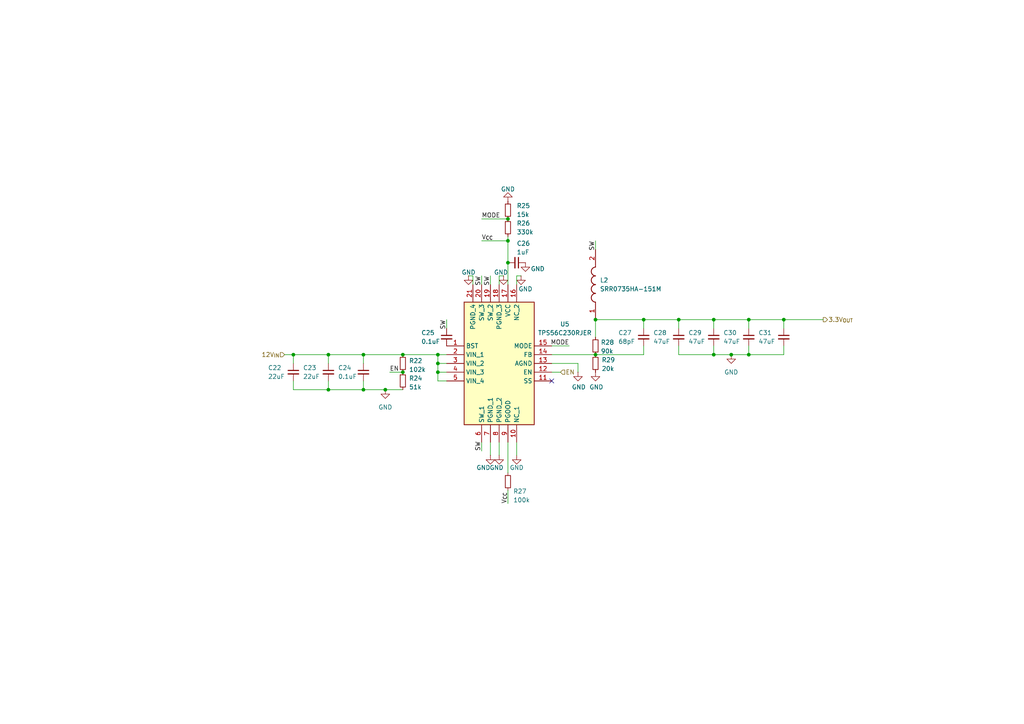
<source format=kicad_sch>
(kicad_sch (version 20241004) (generator "eeschema") (generator_version "8.99")
  (paper "A4")
  (lib_symbols
    (symbol "Device:C_Small" (pin_numbers (hide yes)) (pin_names (offset 0.254) (hide yes))
      (property "Reference" "C" (at 0.254 1.778 0))
      (property "Value" "C_Small" (at 0.254 -2.032 0))
      (symbol "C_Small_0_1"
        (polyline (pts (xy -1.524 0.508) (xy 1.524 0.508)) (stroke (width 0.3048)))
        (polyline (pts (xy -1.524 -0.508) (xy 1.524 -0.508)) (stroke (width 0.3302)))
      )
      (symbol "C_Small_1_1"
        (pin passive line (at 0 2.54 270) (length 2.032) (name "~") (number "1"))
        (pin passive line (at 0 -2.54 90) (length 2.032) (name "~") (number "2"))
      )
    )
    (symbol "Device:R_Small" (pin_numbers (hide yes)) (pin_names (offset 0.254) (hide yes))
      (property "Reference" "R" (at 0.762 0.508 0))
      (property "Value" "R_Small" (at 0.762 -1.016 0))
      (symbol "R_Small_0_1"
        (rectangle (start -0.762 1.778) (end 0.762 -1.778) (stroke (width 0.2032)))
      )
      (symbol "R_Small_1_1"
        (pin passive line (at 0 2.54 270) (length 0.762) (name "~") (number "1"))
        (pin passive line (at 0 -2.54 90) (length 0.762) (name "~") (number "2"))
      )
    )
    (symbol "SRR0735HA-151M:SRR0735HA-151M" (pin_names (hide yes))
      (property "Reference" "L" (at 16.51 6.35 0))
      (property "Value" "SRR0735HA-151M" (at 16.51 3.81 0))
      (symbol "SRR0735HA-151M_1_1"
        (arc (start 5.08 0) (mid 6.35 1.219) (end 7.62 0) (stroke (width 0.254)))
        (arc (start 7.62 0) (mid 8.89 1.219) (end 10.16 0) (stroke (width 0.254)))
        (arc (start 10.16 0) (mid 11.43 1.219) (end 12.7 0) (stroke (width 0.254)))
        (arc (start 12.7 0) (mid 13.97 1.219) (end 15.24 0) (stroke (width 0.254)))
        (pin passive line (at 0 0 0) (length 5.08) (name "1") (number "1"))
        (pin passive line (at 20.32 0 180) (length 5.08) (name "2") (number "2"))
      )
    )
    (symbol "TPS56C230RJER:TPS56C230RJER"
      (property "Reference" "IC" (at 26.67 17.78 0))
      (property "Value" "TPS56C230RJER" (at 26.67 15.24 0))
      (symbol "TPS56C230RJER_1_1"
        (rectangle (start 5.08 12.7) (end 25.4 -22.86) (stroke (width 0.254)) (fill (type background)))
        (pin passive line (at 0 0 0) (length 5.08) (name "BST") (number "1"))
        (pin passive line (at 0 -2.54 0) (length 5.08) (name "VIN_1") (number "2"))
        (pin passive line (at 0 -5.08 0) (length 5.08) (name "VIN_2") (number "3"))
        (pin passive line (at 0 -7.62 0) (length 5.08) (name "VIN_3") (number "4"))
        (pin passive line (at 0 -10.16 0) (length 5.08) (name "VIN_4") (number "5"))
        (pin passive line (at 7.62 17.78 270) (length 5.08) (name "PGND_4") (number "21"))
        (pin passive line (at 10.16 17.78 270) (length 5.08) (name "SW_3") (number "20"))
        (pin passive line (at 10.16 -27.94 90) (length 5.08) (name "SW_1") (number "6"))
        (pin passive line (at 12.7 17.78 270) (length 5.08) (name "SW_2") (number "19"))
        (pin passive line (at 12.7 -27.94 90) (length 5.08) (name "PGND_1") (number "7"))
        (pin passive line (at 15.24 17.78 270) (length 5.08) (name "PGND_3") (number "18"))
        (pin passive line (at 15.24 -27.94 90) (length 5.08) (name "PGND_2") (number "8"))
        (pin passive line (at 17.78 17.78 270) (length 5.08) (name "VCC") (number "17"))
        (pin passive line (at 17.78 -27.94 90) (length 5.08) (name "PGOOD") (number "9"))
        (pin passive line (at 20.32 17.78 270) (length 5.08) (name "NC_2") (number "16"))
        (pin passive line (at 20.32 -27.94 90) (length 5.08) (name "NC_1") (number "10"))
        (pin passive line (at 30.48 0 180) (length 5.08) (name "MODE") (number "15"))
        (pin passive line (at 30.48 -2.54 180) (length 5.08) (name "FB") (number "14"))
        (pin passive line (at 30.48 -5.08 180) (length 5.08) (name "AGND") (number "13"))
        (pin passive line (at 30.48 -7.62 180) (length 5.08) (name "EN") (number "12"))
        (pin passive line (at 30.48 -10.16 180) (length 5.08) (name "SS") (number "11"))
      )
    )
    (symbol "power:GND" (power) (pin_numbers (hide yes)) (pin_names (offset 0) (hide yes))
      (property "Value" "GND" (at 0 -3.81 0))
      (symbol "GND_0_1"
        (polyline (pts (xy 0 0) (xy 0 -1.27) (xy 1.27 -1.27) (xy 0 -2.54) (xy -1.27 -1.27) (xy 0 -1.27)))
      )
      (symbol "GND_1_1"
        (pin power_in line (at 0 0 270) (length 0) (name "~") (number "1"))
      )
    )
  )
  (junction (at 105.41 102.87))
  (junction (at 147.32 63.5))
  (junction (at 116.84 102.87))
  (junction (at 95.25 102.87))
  (junction (at 212.09 102.87))
  (junction (at 127 107.95))
  (junction (at 217.17 92.71))
  (junction (at 172.72 92.71))
  (junction (at 207.01 92.71))
  (junction (at 207.01 102.87))
  (junction (at 127 102.87))
  (junction (at 227.33 92.71))
  (junction (at 127 105.41))
  (junction (at 116.84 107.95))
  (junction (at 217.17 102.87))
  (junction (at 95.25 113.03))
  (junction (at 147.32 76.2))
  (junction (at 172.72 102.87))
  (junction (at 85.09 102.87))
  (junction (at 196.85 92.71))
  (junction (at 111.76 113.03))
  (junction (at 105.41 113.03))
  (junction (at 186.69 92.71))
  (junction (at 147.32 69.85))
  (no_connect (at 160.02 110.49))
  (wire (pts (xy 144.78 128.27) (xy 144.78 132.08)))
  (wire (pts (xy 172.72 102.87) (xy 186.69 102.87)))
  (wire (pts (xy 129.54 92.71) (xy 129.54 95.25)))
  (wire (pts (xy 207.01 92.71) (xy 207.01 95.25)))
  (wire (pts (xy 127 107.95) (xy 127 110.49)))
  (wire (pts (xy 151.13 80.01) (xy 149.86 80.01)))
  (wire (pts (xy 172.72 92.71) (xy 186.69 92.71)))
  (wire (pts (xy 139.7 69.85) (xy 147.32 69.85)))
  (wire (pts (xy 147.32 137.16) (xy 147.32 128.27)))
  (wire (pts (xy 212.09 102.87) (xy 217.17 102.87)))
  (wire (pts (xy 186.69 92.71) (xy 186.69 95.25)))
  (wire (pts (xy 162.56 107.95) (xy 160.02 107.95)))
  (wire (pts (xy 142.24 128.27) (xy 142.24 132.08)))
  (wire (pts (xy 217.17 92.71) (xy 217.17 95.25)))
  (wire (pts (xy 207.01 100.33) (xy 207.01 102.87)))
  (wire (pts (xy 227.33 92.71) (xy 238.76 92.71)))
  (wire (pts (xy 127 105.41) (xy 129.54 105.41)))
  (wire (pts (xy 127 105.41) (xy 127 107.95)))
  (wire (pts (xy 144.78 80.01) (xy 144.78 82.55)))
  (wire (pts (xy 127 107.95) (xy 129.54 107.95)))
  (wire (pts (xy 160.02 102.87) (xy 172.72 102.87)))
  (wire (pts (xy 160.02 105.41) (xy 167.64 105.41)))
  (wire (pts (xy 105.41 110.49) (xy 105.41 113.03)))
  (wire (pts (xy 85.09 102.87) (xy 85.09 105.41)))
  (wire (pts (xy 127 102.87) (xy 129.54 102.87)))
  (wire (pts (xy 85.09 102.87) (xy 95.25 102.87)))
  (wire (pts (xy 135.89 80.01) (xy 137.16 80.01)))
  (wire (pts (xy 105.41 102.87) (xy 116.84 102.87)))
  (wire (pts (xy 127 102.87) (xy 127 105.41)))
  (wire (pts (xy 139.7 63.5) (xy 147.32 63.5)))
  (wire (pts (xy 95.25 110.49) (xy 95.25 113.03)))
  (wire (pts (xy 167.64 105.41) (xy 167.64 107.95)))
  (wire (pts (xy 85.09 113.03) (xy 95.25 113.03)))
  (wire (pts (xy 147.32 76.2) (xy 147.32 82.55)))
  (wire (pts (xy 165.1 100.33) (xy 160.02 100.33)))
  (wire (pts (xy 227.33 100.33) (xy 227.33 102.87)))
  (wire (pts (xy 111.76 113.03) (xy 105.41 113.03)))
  (wire (pts (xy 217.17 100.33) (xy 217.17 102.87)))
  (wire (pts (xy 147.32 68.58) (xy 147.32 69.85)))
  (wire (pts (xy 196.85 92.71) (xy 196.85 95.25)))
  (wire (pts (xy 95.25 102.87) (xy 105.41 102.87)))
  (wire (pts (xy 207.01 102.87) (xy 212.09 102.87)))
  (wire (pts (xy 113.03 107.95) (xy 116.84 107.95)))
  (wire (pts (xy 196.85 102.87) (xy 207.01 102.87)))
  (wire (pts (xy 172.72 97.79) (xy 172.72 92.71)))
  (wire (pts (xy 116.84 113.03) (xy 111.76 113.03)))
  (wire (pts (xy 142.24 80.01) (xy 142.24 82.55)))
  (wire (pts (xy 139.7 80.01) (xy 139.7 82.55)))
  (wire (pts (xy 147.32 69.85) (xy 147.32 76.2)))
  (wire (pts (xy 147.32 146.05) (xy 147.32 142.24)))
  (wire (pts (xy 196.85 100.33) (xy 196.85 102.87)))
  (wire (pts (xy 105.41 105.41) (xy 105.41 102.87)))
  (wire (pts (xy 207.01 92.71) (xy 217.17 92.71)))
  (wire (pts (xy 116.84 102.87) (xy 127 102.87)))
  (wire (pts (xy 95.25 113.03) (xy 105.41 113.03)))
  (wire (pts (xy 196.85 92.71) (xy 207.01 92.71)))
  (wire (pts (xy 127 110.49) (xy 129.54 110.49)))
  (wire (pts (xy 139.7 130.81) (xy 139.7 128.27)))
  (wire (pts (xy 227.33 92.71) (xy 227.33 95.25)))
  (wire (pts (xy 146.05 80.01) (xy 144.78 80.01)))
  (wire (pts (xy 186.69 92.71) (xy 196.85 92.71)))
  (wire (pts (xy 95.25 105.41) (xy 95.25 102.87)))
  (wire (pts (xy 149.86 80.01) (xy 149.86 82.55)))
  (wire (pts (xy 186.69 102.87) (xy 186.69 100.33)))
  (wire (pts (xy 217.17 102.87) (xy 227.33 102.87)))
  (wire (pts (xy 172.72 69.85) (xy 172.72 72.39)))
  (wire (pts (xy 137.16 80.01) (xy 137.16 82.55)))
  (wire (pts (xy 149.86 132.08) (xy 149.86 128.27)))
  (wire (pts (xy 217.17 92.71) (xy 227.33 92.71)))
  (wire (pts (xy 82.55 102.87) (xy 85.09 102.87)))
  (wire (pts (xy 85.09 110.49) (xy 85.09 113.03)))
  (label "SW" (at 129.54 92.71 270))
  (label "V_{CC}" (at 139.7 69.85 0))
  (label "MODE" (at 139.7 63.5 0))
  (label "SW" (at 142.24 80.01 270))
  (label "SW" (at 139.7 80.01 270))
  (label "SW" (at 139.7 130.81 90))
  (label "MODE" (at 165.1 100.33 180))
  (label "EN" (at 113.03 107.95 0))
  (label "V_{CC}" (at 147.32 146.05 90))
  (label "SW" (at 172.72 69.85 270))
  (hierarchical_label "EN" (shape input) (at 162.56 107.95 0))
  (hierarchical_label "12V_{IN}" (shape input) (at 82.55 102.87 180))
  (hierarchical_label "3.3V_{OUT}" (shape output) (at 238.76 92.71 0))
  (symbol (lib_id "power:GND") (at 151.13 80.01 0) (unit 1)
    (property "Reference" "#PWR036" (effects (hide yes)))
    (property "Value" "GND" (at 150.368 83.82 0) (effects (justify left)))
    (property "Description" "Power symbol creates a global label with name \"GND\" , ground" (effects (hide yes)))
  )
  (symbol (lib_id "Device:R_Small") (at 172.72 105.41 0) (unit 1)
    (property "Reference" "R29" (at 174.498 104.394 0) (effects (justify left)))
    (property "Value" "20k" (at 174.498 106.934 0) (effects (justify left)))
    (property "Footprint" "Resistor_SMD:R_0402_1005Metric" (effects (hide yes)))
    (property "Description" "Resistor, small symbol" (effects (hide yes)))
  )
  (symbol (lib_id "power:GND") (at 167.64 107.95 0) (unit 1)
    (property "Reference" "#PWR038" (effects (hide yes)))
    (property "Value" "GND" (at 169.926 112.268 0) (effects (justify right)))
    (property "Description" "Power symbol creates a global label with name \"GND\" , ground" (effects (hide yes)))
  )
  (symbol (lib_id "power:GND") (at 152.4 76.2 0) (unit 1)
    (property "Reference" "#PWR037" (effects (hide yes)))
    (property "Value" "GND" (at 155.956 77.978 0))
    (property "Description" "Power symbol creates a global label with name \"GND\" , ground" (effects (hide yes)))
  )
  (symbol (lib_id "Device:C_Small") (at 186.69 97.79 0) (unit 1)
    (property "Reference" "C27" (at 179.324 96.52 0) (effects (justify left)))
    (property "Value" "68pF" (at 179.324 99.06 0) (effects (justify left)))
    (property "Footprint" "Capacitor_SMD:C_0201_0603Metric" (effects (hide yes)))
    (property "Description" "Unpolarized capacitor, small symbol" (effects (hide yes)))
  )
  (symbol (lib_id "Device:C_Small") (at 196.85 97.79 0) (unit 1)
    (property "Reference" "C28" (at 189.484 96.52 0) (effects (justify left)))
    (property "Value" "47uF" (at 189.484 99.06 0) (effects (justify left)))
    (property "Footprint" "Capacitor_SMD:C_0402_1005Metric" (effects (hide yes)))
    (property "Description" "Unpolarized capacitor, small symbol" (effects (hide yes)))
  )
  (symbol (lib_id "Device:C_Small") (at 85.09 107.95 0) (unit 1)
    (property "Reference" "C22" (at 77.724 106.68 0) (effects (justify left)))
    (property "Value" "22uF" (at 77.724 109.22 0) (effects (justify left)))
    (property "Footprint" "Capacitor_SMD:C_0402_1005Metric" (effects (hide yes)))
    (property "Description" "Unpolarized capacitor, small symbol" (effects (hide yes)))
  )
  (symbol (lib_id "power:GND") (at 149.86 132.08 0) (unit 1)
    (property "Reference" "#PWR035" (effects (hide yes)))
    (property "Value" "GND" (at 149.86 135.636 0))
    (property "Description" "Power symbol creates a global label with name \"GND\" , ground" (effects (hide yes)))
  )
  (symbol (lib_id "Device:R_Small") (at 116.84 110.49 0) (unit 1)
    (property "Reference" "R24" (at 118.618 109.728 0) (effects (justify left)))
    (property "Value" "51k" (at 118.618 112.268 0) (effects (justify left)))
    (property "Footprint" "Resistor_SMD:R_0402_1005Metric" (effects (hide yes)))
    (property "Description" "Resistor, small symbol" (effects (hide yes)))
  )
  (symbol (lib_id "SRR0735HA-151M:SRR0735HA-151M") (at 172.72 92.71 90) (unit 1)
    (property "Reference" "L2" (at 173.99 81.2799 90) (effects (justify right)))
    (property "Value" "SRR0735HA-151M" (at 173.99 83.8199 90) (effects (justify right)))
    (property "Footprint" "SRR0735HA151M" (effects (hide yes)))
    (property "Datasheet" "https://www.bourns.com/docs/Product-Datasheets/SRR0735HA.pdf" (effects (hide yes)))
    (property "Description" "Ind,7.3x7.3x3.5,150uH+/-20%,0.47A,shd" (effects (hide yes)))
    (property "Height" "3.7" (effects (hide yes)))
    (property "Mouser Part Number" "652-SRR0735HA-151M" (effects (hide yes)))
    (property "Mouser Price/Stock" "https://www.mouser.co.uk/ProductDetail/Bourns/SRR0735HA-151M?qs=mELouGlnn3dWb%2Fm7RDXtBg%3D%3D" (effects (hide yes)))
    (property "Manufacturer_Name" "Bourns" (effects (hide yes)))
    (property "Manufacturer_Part_Number" "SRR0735HA-151M" (effects (hide yes)))
  )
  (symbol (lib_id "Device:R_Small") (at 172.72 100.33 0) (unit 1)
    (property "Reference" "R28" (at 174.244 99.314 0) (effects (justify left)))
    (property "Value" "90k" (at 174.244 101.854 0) (effects (justify left)))
    (property "Footprint" "Resistor_SMD:R_0402_1005Metric" (effects (hide yes)))
    (property "Description" "Resistor, small symbol" (effects (hide yes)))
  )
  (symbol (lib_id "power:GND") (at 142.24 132.08 0) (unit 1)
    (property "Reference" "#PWR031" (effects (hide yes)))
    (property "Value" "GND" (at 140.208 135.636 0))
    (property "Description" "Power symbol creates a global label with name \"GND\" , ground" (effects (hide yes)))
  )
  (symbol (lib_id "power:GND") (at 146.05 80.01 0) (unit 1)
    (property "Reference" "#PWR033" (effects (hide yes)))
    (property "Value" "GND" (at 143.256 78.994 0) (effects (justify left)))
    (property "Description" "Power symbol creates a global label with name \"GND\" , ground" (effects (hide yes)))
  )
  (symbol (lib_id "Device:R_Small") (at 147.32 60.96 0) (unit 1)
    (property "Reference" "R25" (at 149.86 59.6899 0) (effects (justify left)))
    (property "Value" "15k" (at 149.86 62.2299 0) (effects (justify left)))
    (property "Footprint" "Resistor_SMD:R_0402_1005Metric" (effects (hide yes)))
    (property "Description" "Resistor, small symbol" (effects (hide yes)))
  )
  (symbol (lib_id "power:GND") (at 135.89 80.01 0) (unit 1)
    (property "Reference" "#PWR030" (effects (hide yes)))
    (property "Value" "GND" (at 133.858 78.994 0) (effects (justify left)))
    (property "Description" "Power symbol creates a global label with name \"GND\" , ground" (effects (hide yes)))
  )
  (symbol (lib_id "Device:C_Small") (at 95.25 107.95 0) (unit 1)
    (property "Reference" "C23" (at 87.884 106.68 0) (effects (justify left)))
    (property "Value" "22uF" (at 87.884 109.22 0) (effects (justify left)))
    (property "Footprint" "Capacitor_SMD:C_0402_1005Metric" (effects (hide yes)))
    (property "Description" "Unpolarized capacitor, small symbol" (effects (hide yes)))
  )
  (symbol (lib_id "Device:C_Small") (at 105.41 107.95 0) (unit 1)
    (property "Reference" "C24" (at 98.044 106.68 0) (effects (justify left)))
    (property "Value" "0.1uF" (at 98.044 109.22 0) (effects (justify left)))
    (property "Footprint" "Capacitor_SMD:C_0402_1005Metric" (effects (hide yes)))
    (property "Description" "Unpolarized capacitor, small symbol" (effects (hide yes)))
  )
  (symbol (lib_id "power:GND") (at 147.32 58.42 180) (unit 1)
    (property "Reference" "#PWR034" (effects (hide yes)))
    (property "Value" "GND" (at 147.32 54.864 0))
    (property "Description" "Power symbol creates a global label with name \"GND\" , ground" (effects (hide yes)))
  )
  (symbol (lib_id "Device:R_Small") (at 116.84 105.41 0) (unit 1)
    (property "Reference" "R22" (at 118.618 104.648 0) (effects (justify left)))
    (property "Value" "102k" (at 118.618 107.188 0) (effects (justify left)))
    (property "Footprint" "Resistor_SMD:R_0402_1005Metric" (effects (hide yes)))
    (property "Description" "Resistor, small symbol" (effects (hide yes)))
  )
  (symbol (lib_id "Device:R_Small") (at 147.32 139.7 0) (unit 1)
    (property "Reference" "R27" (at 148.844 142.494 0) (effects (justify left)))
    (property "Value" "100k" (at 148.844 145.034 0) (effects (justify left)))
    (property "Footprint" "Resistor_SMD:R_0402_1005Metric" (effects (hide yes)))
    (property "Description" "Resistor, small symbol" (effects (hide yes)))
  )
  (symbol (lib_id "power:GND") (at 172.72 107.95 0) (unit 1)
    (property "Reference" "#PWR039" (effects (hide yes)))
    (property "Value" "GND" (at 172.974 112.268 0))
    (property "Description" "Power symbol creates a global label with name \"GND\" , ground" (effects (hide yes)))
  )
  (symbol (lib_id "TPS56C230RJER:TPS56C230RJER") (at 129.54 100.33 0) (unit 1)
    (property "Reference" "U5" (at 163.83 94.0114 0))
    (property "Value" "TPS56C230RJER" (at 163.83 96.5514 0))
    (property "Footprint" "QFN45P300X300X100-21N-D" (effects (hide yes)))
    (property "Datasheet" "https://www.ti.com/lit/gpn/TPS56C230" (effects (hide yes)))
    (property "Description" "Switching Voltage Regulators 4.5-V to 18-V, 12-A synchronous buck converter 20-VQFN-HR -40 to 125" (effects (hide yes)))
    (property "Height" "1" (effects (hide yes)))
    (property "Manufacturer_Name" "Texas Instruments" (effects (hide yes)))
    (property "Manufacturer_Part_Number" "TPS56C230RJER" (effects (hide yes)))
    (property "Mouser Part Number" "595-TPS56C230RJER" (effects (hide yes)))
    (property "Mouser Price/Stock" "https://www.mouser.co.uk/ProductDetail/Texas-Instruments/TPS56C230RJER?qs=B6kkDfuK7%2FDZws9l9ZFrjw%3D%3D" (effects (hide yes)))
    (property "Arrow Part Number" "TPS56C230RJER" (effects (hide yes)))
    (property "Arrow Price/Stock" "https://www.arrow.com/en/products/tps56c230rjer/texas-instruments?region=nac" (effects (hide yes)))
  )
  (symbol (lib_id "Device:C_Small") (at 129.54 97.79 0) (unit 1)
    (property "Reference" "C25" (at 122.174 96.52 0) (effects (justify left)))
    (property "Value" "0.1uF" (at 122.174 99.06 0) (effects (justify left)))
    (property "Footprint" "Capacitor_SMD:C_0402_1005Metric" (effects (hide yes)))
    (property "Description" "Unpolarized capacitor, small symbol" (effects (hide yes)))
  )
  (symbol (lib_id "Device:C_Small") (at 207.01 97.79 0) (unit 1)
    (property "Reference" "C29" (at 199.644 96.52 0) (effects (justify left)))
    (property "Value" "47uF" (at 199.644 99.06 0) (effects (justify left)))
    (property "Footprint" "Capacitor_SMD:C_0402_1005Metric" (effects (hide yes)))
    (property "Description" "Unpolarized capacitor, small symbol" (effects (hide yes)))
  )
  (symbol (lib_id "power:GND") (at 111.76 113.03 0) (unit 1)
    (property "Reference" "#PWR029" (effects (hide yes)))
    (property "Value" "GND" (at 111.76 118.11 0))
    (property "Description" "Power symbol creates a global label with name \"GND\" , ground" (effects (hide yes)))
  )
  (symbol (lib_id "power:GND") (at 212.09 102.87 0) (unit 1)
    (property "Reference" "#PWR040" (effects (hide yes)))
    (property "Value" "GND" (at 212.09 107.95 0))
    (property "Description" "Power symbol creates a global label with name \"GND\" , ground" (effects (hide yes)))
  )
  (symbol (lib_id "Device:C_Small") (at 149.86 76.2 270) (unit 1)
    (property "Reference" "C26" (at 149.86 70.612 90) (effects (justify left)))
    (property "Value" "1uF" (at 149.86 73.152 90) (effects (justify left)))
    (property "Footprint" "Capacitor_SMD:C_0402_1005Metric" (effects (hide yes)))
    (property "Description" "Unpolarized capacitor, small symbol" (effects (hide yes)))
  )
  (symbol (lib_id "Device:R_Small") (at 147.32 66.04 0) (unit 1)
    (property "Reference" "R26" (at 149.86 64.7699 0) (effects (justify left)))
    (property "Value" "330k" (at 149.86 67.3099 0) (effects (justify left)))
    (property "Footprint" "Resistor_SMD:R_0402_1005Metric" (effects (hide yes)))
    (property "Description" "Resistor, small symbol" (effects (hide yes)))
  )
  (symbol (lib_id "power:GND") (at 144.78 132.08 0) (unit 1)
    (property "Reference" "#PWR032" (effects (hide yes)))
    (property "Value" "GND" (at 144.018 135.636 0))
    (property "Description" "Power symbol creates a global label with name \"GND\" , ground" (effects (hide yes)))
  )
  (symbol (lib_id "Device:C_Small") (at 227.33 97.79 0) (unit 1)
    (property "Reference" "C31" (at 219.964 96.52 0) (effects (justify left)))
    (property "Value" "47uF" (at 219.964 99.06 0) (effects (justify left)))
    (property "Footprint" "Capacitor_SMD:C_0402_1005Metric" (effects (hide yes)))
    (property "Description" "Unpolarized capacitor, small symbol" (effects (hide yes)))
  )
  (symbol (lib_id "Device:C_Small") (at 217.17 97.79 0) (unit 1)
    (property "Reference" "C30" (at 209.804 96.52 0) (effects (justify left)))
    (property "Value" "47uF" (at 209.804 99.06 0) (effects (justify left)))
    (property "Footprint" "Capacitor_SMD:C_0402_1005Metric" (effects (hide yes)))
    (property "Description" "Unpolarized capacitor, small symbol" (effects (hide yes)))
  )
)
</source>
